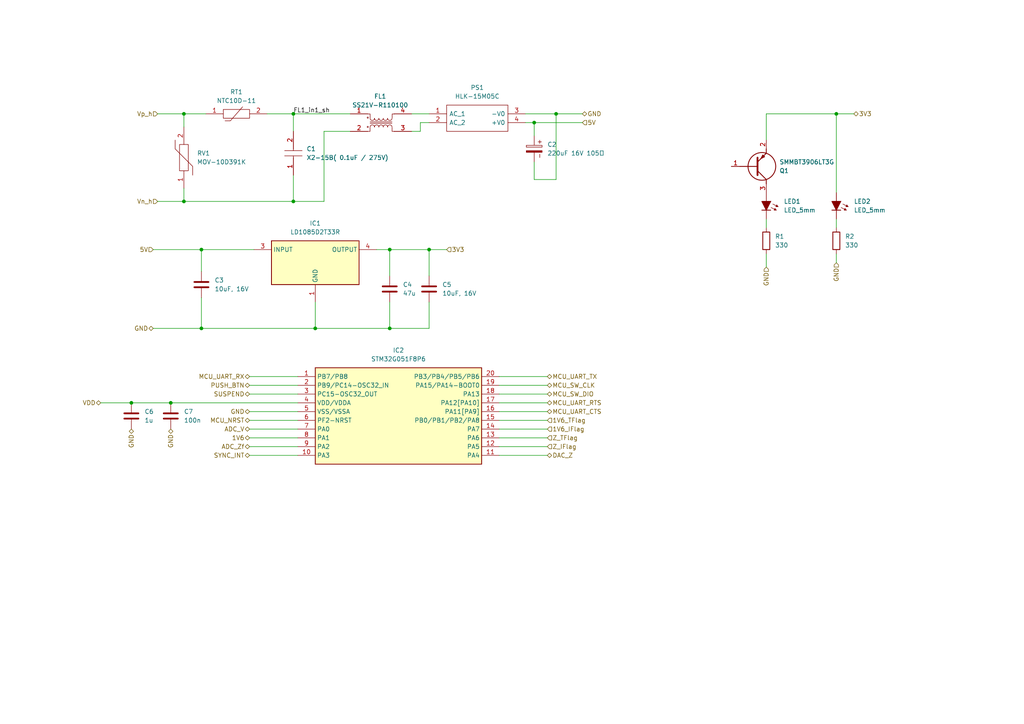
<source format=kicad_sch>
(kicad_sch (version 20231120) (generator "eeschema") (generator_version "8.0")
  (paper "A4")
  (lib_symbols
    (symbol "Mouser:HLK-15M05C" (pin_names (offset 0.762))
      (property "Reference" "PS" (at 24.13 7.62 0))
      (property "Value" "HLK-15M05C" (at 24.13 5.08 0))
      (symbol "HLK-15M05C_0_0"
        (pin passive line (at 0 0 0) (length 5.08) (name "AC_1") (number "1"))
        (pin passive line (at 0 -2.54 0) (length 5.08) (name "AC_2") (number "2"))
        (pin passive line (at 27.94 0 180) (length 5.08) (name "-V0") (number "3"))
        (pin passive line (at 27.94 -2.54 180) (length 5.08) (name "+V0") (number "4"))
      )
      (symbol "HLK-15M05C_0_1"
        (polyline (pts (xy 5.08 2.54) (xy 22.86 2.54) (xy 22.86 -5.08) (xy 5.08 -5.08) (xy 5.08 2.54)) (stroke (width 0.1524)))
      )
    )
    (symbol "Mouser:MOV-10D391K" (pin_names (offset 0.762))
      (property "Reference" "RV" (at 13.97 6.35 0))
      (property "Value" "MOV-10D391K" (at 13.97 3.81 0))
      (symbol "MOV-10D391K_0_0"
        (pin passive line (at 0 0 0) (length 5.08) (name "~") (number "1"))
        (pin passive line (at 17.78 0 180) (length 5.08) (name "~") (number "2"))
      )
      (symbol "MOV-10D391K_0_1"
        (polyline (pts (xy 3.81 -2.54) (xy 6.35 -2.54) (xy 11.43 2.54) (xy 13.97 2.54)) (stroke (width 0.1524)))
        (polyline (pts (xy 5.08 1.27) (xy 12.7 1.27) (xy 12.7 -1.27) (xy 5.08 -1.27) (xy 5.08 1.27)) (stroke (width 0.1524)))
      )
    )
    (symbol "Mouser:NTC10D-11" (pin_names (offset 0.762))
      (property "Reference" "RT" (at 13.97 6.35 0))
      (property "Value" "NTC10D-11" (at 13.97 3.81 0))
      (symbol "NTC10D-11_0_0"
        (pin passive line (at 0 0 0) (length 5.08) (name "~") (number "1"))
        (pin passive line (at 17.78 0 180) (length 5.08) (name "~") (number "2"))
      )
      (symbol "NTC10D-11_0_1"
        (polyline (pts (xy 5.588 -2.032) (xy 7.112 -2.032) (xy 10.668 2.032)) (stroke (width 0.1524)))
        (polyline (pts (xy 5.08 1.27) (xy 12.7 1.27) (xy 12.7 -1.27) (xy 5.08 -1.27) (xy 5.08 1.27)) (stroke (width 0.1524)))
      )
    )
    (symbol "PCM_Capacitor_AKL:C_0402" (pin_numbers hide) (pin_names (offset 0.254))
      (property "Reference" "C" (at 0.635 2.54 0))
      (property "Value" "C_0402" (at 0.635 -2.54 0))
      (symbol "C_0402_0_1"
        (polyline (pts (xy -2.032 -0.762) (xy 2.032 -0.762)) (stroke (width 0.508)))
        (polyline (pts (xy -2.032 0.762) (xy 2.032 0.762)) (stroke (width 0.508)))
      )
      (symbol "C_0402_0_2"
        (polyline (pts (xy -2.54 -2.54) (xy -0.381 -0.381)))
        (polyline (pts (xy -0.508 -0.508) (xy -1.651 0.635)) (stroke (width 0.508)))
        (polyline (pts (xy -0.508 -0.508) (xy 0.635 -1.651)) (stroke (width 0.508)))
        (polyline (pts (xy 0.381 0.381) (xy 2.54 2.54)))
        (polyline (pts (xy 0.508 0.508) (xy -0.635 1.651)) (stroke (width 0.508)))
        (polyline (pts (xy 0.508 0.508) (xy 1.651 -0.635)) (stroke (width 0.508)))
      )
      (symbol "C_0402_1_1"
        (pin passive line (at 0 3.81 270) (length 2.794) (name "~") (number "1"))
        (pin passive line (at 0 -3.81 90) (length 2.794) (name "~") (number "2"))
      )
      (symbol "C_0402_1_2"
        (pin passive line (at 2.54 2.54 270) (length 0) (name "~") (number "1"))
        (pin passive line (at -2.54 -2.54 90) (length 0) (name "~") (number "2"))
      )
    )
    (symbol "PCM_Capacitor_AKL:C_0603" (pin_numbers hide) (pin_names (offset 0.254))
      (property "Reference" "C" (at 0.635 2.54 0))
      (property "Value" "C_0603" (at 0.635 -2.54 0))
      (symbol "C_0603_0_1"
        (polyline (pts (xy -2.032 -0.762) (xy 2.032 -0.762)) (stroke (width 0.508)))
        (polyline (pts (xy -2.032 0.762) (xy 2.032 0.762)) (stroke (width 0.508)))
      )
      (symbol "C_0603_0_2"
        (polyline (pts (xy -2.54 -2.54) (xy -0.381 -0.381)))
        (polyline (pts (xy -0.508 -0.508) (xy -1.651 0.635)) (stroke (width 0.508)))
        (polyline (pts (xy -0.508 -0.508) (xy 0.635 -1.651)) (stroke (width 0.508)))
        (polyline (pts (xy 0.381 0.381) (xy 2.54 2.54)))
        (polyline (pts (xy 0.508 0.508) (xy -0.635 1.651)) (stroke (width 0.508)))
        (polyline (pts (xy 0.508 0.508) (xy 1.651 -0.635)) (stroke (width 0.508)))
      )
      (symbol "C_0603_1_1"
        (pin passive line (at 0 3.81 270) (length 2.794) (name "~") (number "1"))
        (pin passive line (at 0 -3.81 90) (length 2.794) (name "~") (number "2"))
      )
      (symbol "C_0603_1_2"
        (pin passive line (at 2.54 2.54 270) (length 0) (name "~") (number "1"))
        (pin passive line (at -2.54 -2.54 90) (length 0) (name "~") (number "2"))
      )
    )
    (symbol "PCM_LED_AKL:LED_5mm" (pin_numbers hide) (pin_names (offset 1.016) hide)
      (property "Reference" "LED" (at 0 7.62 0))
      (property "Value" "LED_5mm" (at 0 5.08 0))
      (symbol "LED_5mm_0_1"
        (polyline (pts (xy -0.508 1.905) (xy 0.254 3.429)) (stroke (width 0.1524)))
        (polyline (pts (xy 0 2.921) (xy -0.254 3.048)) (stroke (width 0.1524)))
        (polyline (pts (xy 0 2.921) (xy 0.254 2.794)) (stroke (width 0.1524)))
        (polyline (pts (xy 0.508 1.397) (xy 1.27 2.921)) (stroke (width 0.1524)))
        (polyline (pts (xy 1.016 2.413) (xy 0.762 2.54)) (stroke (width 0.1524)))
        (polyline (pts (xy 1.016 2.413) (xy 1.27 2.286)) (stroke (width 0.1524)))
        (polyline (pts (xy 1.27 0) (xy -1.27 0)))
        (polyline (pts (xy 1.27 1.27) (xy 1.27 -1.27)) (stroke (width 0.254)))
        (polyline (pts (xy -1.27 1.27) (xy -1.27 -1.27) (xy 1.27 0) (xy -1.27 1.27)) (stroke (width 0.254)) (fill (type outline)))
        (polyline (pts (xy 0.254 2.794) (xy -0.254 3.048) (xy 0.254 3.429) (xy 0.254 2.794)) (stroke (width 0.1524)) (fill (type outline)))
        (polyline (pts (xy 1.27 2.286) (xy 0.762 2.54) (xy 1.27 2.921) (xy 1.27 2.286)) (stroke (width 0.1524)) (fill (type outline)))
      )
      (symbol "LED_5mm_0_2"
        (polyline (pts (xy -2.54 -2.54) (xy 2.54 2.54)))
        (polyline (pts (xy -1.651 0.889) (xy -2.159 2.413)))
        (polyline (pts (xy -0.508 1.27) (xy -1.016 2.794)))
        (polyline (pts (xy 0 1.778) (xy 1.778 0)) (stroke (width 0.254)))
        (polyline (pts (xy -2.159 2.413) (xy -2.286 1.778) (xy -1.6764 1.9812) (xy -2.159 2.413)) (fill (type outline)))
        (polyline (pts (xy -1.016 2.794) (xy -1.143 2.159) (xy -0.5334 2.3622) (xy -1.016 2.794)) (fill (type outline)))
        (polyline (pts (xy -0.889 -0.889) (xy -1.778 0) (xy 0.889 0.889) (xy 0 -1.778) (xy -0.889 -0.889)) (stroke (width 0.254)) (fill (type outline)))
      )
      (symbol "LED_5mm_1_1"
        (pin passive line (at 3.81 0 180) (length 2.54) (name "K") (number "1"))
        (pin passive line (at -3.81 0 0) (length 2.54) (name "A") (number "2"))
      )
      (symbol "LED_5mm_1_2"
        (pin passive line (at 2.54 2.54 180) (length 0) (name "K") (number "1"))
        (pin passive line (at -2.54 -2.54 0) (length 0) (name "A") (number "2"))
      )
    )
    (symbol "PCM_Resistor_AKL:R_0402" (pin_numbers hide) (pin_names (offset 0))
      (property "Reference" "R" (at 2.54 1.27 0))
      (property "Value" "R_0402" (at 2.54 -1.27 0))
      (symbol "R_0402_0_1"
        (rectangle (start -1.016 2.54) (end 1.016 -2.54) (stroke (width 0.254)))
      )
      (symbol "R_0402_0_2"
        (polyline (pts (xy -2.54 -2.54) (xy -1.524 -1.524)))
        (polyline (pts (xy 1.524 1.524) (xy 2.54 2.54)))
        (polyline (pts (xy 1.524 1.524) (xy 0.889 2.159) (xy -2.159 -0.889) (xy -0.889 -2.159) (xy 2.159 0.889) (xy 1.524 1.524)) (stroke (width 0.254)))
      )
      (symbol "R_0402_1_1"
        (pin passive line (at 0 3.81 270) (length 1.27) (name "~") (number "1"))
        (pin passive line (at 0 -3.81 90) (length 1.27) (name "~") (number "2"))
      )
      (symbol "R_0402_1_2"
        (pin passive line (at 2.54 2.54 180) (length 0) (name "") (number "1"))
        (pin passive line (at -2.54 -2.54 0) (length 0) (name "") (number "2"))
      )
    )
    (symbol "PCM_SL_Capacitors:220uF_10V"
      (property "Reference" "C" (at 0 7.62 0))
      (property "Value" "220uF_10V" (at 0 5.08 0))
      (symbol "220uF_10V_0_0"
        (text "+" (at -2.032 1.524 0) (effects (font (size 1.27 1.27))))
        (text "-" (at 2.032 1.524 0) (effects (font (size 1.27 1.27))))
      )
      (symbol "220uF_10V_0_1"
        (rectangle (start -1.016 -2.286) (end -0.508 2.286))
        (rectangle (start 0.508 -2.286) (end 1.016 2.286) (fill (type outline)))
      )
      (symbol "220uF_10V_1_1"
        (pin passive line (at -3.81 0 0) (length 2.7) (name "~") (number "1"))
        (pin input line (at 3.81 0 180) (length 2.7) (name "~") (number "2"))
      )
    )
    (symbol "ktw07182:B32922X2104K000" (pin_names (offset 0.762))
      (property "Reference" "C" (at 8.89 6.35 0))
      (property "Value" "B32922X2104K000" (at 8.89 3.81 0))
      (symbol "B32922X2104K000_0_0"
        (pin passive line (at 0 0 0) (length 5.08) (name "~") (number "1"))
        (pin passive line (at 12.7 0 180) (length 5.08) (name "~") (number "2"))
      )
      (symbol "B32922X2104K000_0_1"
        (polyline (pts (xy 5.08 0) (xy 5.588 0)) (stroke (width 0.1524)))
        (polyline (pts (xy 5.588 2.54) (xy 5.588 -2.54)) (stroke (width 0.1524)))
        (polyline (pts (xy 7.112 0) (xy 7.62 0)) (stroke (width 0.1524)))
        (polyline (pts (xy 7.112 2.54) (xy 7.112 -2.54)) (stroke (width 0.1524)))
      )
    )
    (symbol "ktw07182:LD1085D2T33R"
      (property "Reference" "IC" (at 31.75 7.62 0))
      (property "Value" "LD1085D2T33R" (at 31.75 5.08 0))
      (symbol "LD1085D2T33R_1_1"
        (rectangle (start 5.08 2.54) (end 30.48 -10.16) (stroke (width 0.254)) (fill (type background)))
        (pin power_in line (at 17.78 -15.24 90) (length 5.08) (name "GND") (number "1"))
        (pin input line (at 0 0 0) (length 5.08) (name "INPUT") (number "3"))
        (pin output line (at 35.56 0 180) (length 5.08) (name "OUTPUT") (number "4"))
      )
    )
    (symbol "ktw07182:MMBT3906-TP" (pin_names hide)
      (property "Reference" "Q" (at 13.97 1.27 0))
      (property "Value" "MMBT3906-TP" (at 13.97 -1.27 0))
      (symbol "MMBT3906-TP_1_1"
        (polyline (pts (xy 2.54 0) (xy 7.62 0)) (stroke (width 0.254)))
        (polyline (pts (xy 7.62 -1.27) (xy 10.16 -3.81)) (stroke (width 0.254)))
        (polyline (pts (xy 7.62 1.27) (xy 10.16 3.81)) (stroke (width 0.254)))
        (polyline (pts (xy 7.62 2.54) (xy 7.62 -2.54)) (stroke (width 0.508)))
        (polyline (pts (xy 10.16 -3.81) (xy 10.16 -5.08)) (stroke (width 0.254)))
        (polyline (pts (xy 10.16 3.81) (xy 10.16 5.08)) (stroke (width 0.254)))
        (polyline (pts (xy 9.652 -2.794) (xy 9.144 -3.302) (xy 8.636 -2.286) (xy 9.652 -2.794)) (stroke (width 0.254)) (fill (type outline)))
        (circle (center 8.89 0) (radius 4.016) (stroke (width 0.254)))
        (pin passive line (at 0 0 0) (length 2.54) (name "B") (number "1"))
        (pin passive line (at 10.16 -7.62 90) (length 2.54) (name "E") (number "2"))
        (pin passive line (at 10.16 7.62 270) (length 2.54) (name "C") (number "3"))
      )
    )
    (symbol "ktw07182:SSHB10HS-R11100" (pin_names (offset 0.762))
      (property "Reference" "FL" (at -9.652 8.382 0))
      (property "Value" "SSHB10HS-R11100" (at -9.652 5.842 0))
      (symbol "SSHB10HS-R11100_0_0"
        (pin passive line (at -8.89 2.54 0) (length 5.08) (name "") (number "1"))
        (pin passive line (at -8.89 -2.54 0) (length 5.08) (name "") (number "2"))
        (pin passive line (at 8.89 -2.54 180) (length 5.08) (name "") (number "3"))
        (pin passive line (at 8.89 2.54 180) (length 5.08) (name "") (number "4"))
      )
      (symbol "SSHB10HS-R11100_0_1"
        (circle (center -3.8231 -1.2538) (radius 0.1791))
        (circle (center -3.8231 1.4422) (radius 0.1791))
        (arc (start -3.1428 1.2531) (mid -2.5078 0.6181) (end -1.8728 1.2531))
        (arc (start -1.8728 -1.2869) (mid -2.5078 -0.6519) (end -3.1428 -1.2869))
        (arc (start -1.8728 1.2531) (mid -1.2378 0.6181) (end -0.6028 1.2531))
        (arc (start -0.6028 -1.2869) (mid -1.2378 -0.6519) (end -1.8728 -1.2869))
        (arc (start -0.6028 1.2531) (mid 0.0322 0.6181) (end 0.6672 1.2531))
        (polyline (pts (xy -3.1509 -0.1905) (xy 3.1991 -0.1905)))
        (polyline (pts (xy -3.1491 0.2163) (xy 3.2009 0.2163)))
        (polyline (pts (xy -3.1659 -1.4234) (xy -3.1659 -2.5568) (xy -3.7778 -2.5569)))
        (polyline (pts (xy -3.141 1.3746) (xy -3.141 2.508) (xy -3.7529 2.5081)))
        (polyline (pts (xy 3.2302 -1.4234) (xy 3.2302 -2.5568) (xy 3.8421 -2.5569)))
        (polyline (pts (xy 3.2551 1.3746) (xy 3.2551 2.508) (xy 3.867 2.5081)))
        (arc (start 0.6672 -1.2869) (mid 0.0322 -0.6519) (end -0.6028 -1.2869))
        (arc (start 0.6672 1.2531) (mid 1.3022 0.6181) (end 1.9372 1.2531))
        (arc (start 1.9372 -1.2869) (mid 1.3022 -0.6519) (end 0.6672 -1.2869))
        (arc (start 1.9372 1.2531) (mid 2.5722 0.6181) (end 3.2072 1.2531))
        (arc (start 3.2072 -1.2869) (mid 2.5722 -0.6519) (end 1.9372 -1.2869))
      )
    )
    (symbol "ktw07182:STM32G051F8P6"
      (property "Reference" "IC" (at 54.61 7.62 0))
      (property "Value" "STM32G051F8P6" (at 54.61 5.08 0))
      (symbol "STM32G051F8P6_1_1"
        (rectangle (start 5.08 2.54) (end 53.34 -25.4) (stroke (width 0.254)) (fill (type background)))
        (pin passive line (at 0 0 0) (length 5.08) (name "PB7/PB8") (number "1"))
        (pin passive line (at 0 -22.86 0) (length 5.08) (name "PA3") (number "10"))
        (pin passive line (at 58.42 -22.86 180) (length 5.08) (name "PA4") (number "11"))
        (pin passive line (at 58.42 -20.32 180) (length 5.08) (name "PA5") (number "12"))
        (pin passive line (at 58.42 -17.78 180) (length 5.08) (name "PA6") (number "13"))
        (pin passive line (at 58.42 -15.24 180) (length 5.08) (name "PA7") (number "14"))
        (pin passive line (at 58.42 -12.7 180) (length 5.08) (name "PB0/PB1/PB2/PA8") (number "15"))
        (pin passive line (at 58.42 -10.16 180) (length 5.08) (name "PA11[PA9]") (number "16"))
        (pin passive line (at 58.42 -7.62 180) (length 5.08) (name "PA12[PA10]") (number "17"))
        (pin passive line (at 58.42 -5.08 180) (length 5.08) (name "PA13") (number "18"))
        (pin passive line (at 58.42 -2.54 180) (length 5.08) (name "PA15/PA14-BOOT0") (number "19"))
        (pin passive line (at 0 -2.54 0) (length 5.08) (name "PB9/PC14-OSC32_IN") (number "2"))
        (pin passive line (at 58.42 0 180) (length 5.08) (name "PB3/PB4/PB5/PB6") (number "20"))
        (pin passive line (at 0 -5.08 0) (length 5.08) (name "PC15-OSC32_OUT") (number "3"))
        (pin passive line (at 0 -7.62 0) (length 5.08) (name "VDD/VDDA") (number "4"))
        (pin passive line (at 0 -10.16 0) (length 5.08) (name "VSS/VSSA") (number "5"))
        (pin passive line (at 0 -12.7 0) (length 5.08) (name "PF2-NRST") (number "6"))
        (pin passive line (at 0 -15.24 0) (length 5.08) (name "PA0") (number "7"))
        (pin passive line (at 0 -17.78 0) (length 5.08) (name "PA1") (number "8"))
        (pin passive line (at 0 -20.32 0) (length 5.08) (name "PA2") (number "9"))
      )
    )
  )
  (junction (at 85.09 58.42))
  (junction (at 154.94 35.56))
  (junction (at 113.03 95.25))
  (junction (at 58.42 72.39))
  (junction (at 91.44 95.25))
  (junction (at 38.1 116.84))
  (junction (at 124.46 72.39))
  (junction (at 242.57 33.02))
  (junction (at 161.29 33.02))
  (junction (at 53.34 33.02))
  (junction (at 58.42 95.25))
  (junction (at 113.03 72.39))
  (junction (at 53.34 58.42))
  (junction (at 49.53 116.84))
  (junction (at 85.09 33.02))
  (wire (pts (xy 222.25 73.66) (xy 222.25 77.47)))
  (wire (pts (xy 85.09 33.02) (xy 101.6 33.02)))
  (wire (pts (xy 152.4 35.56) (xy 154.94 35.56)))
  (wire (pts (xy 93.98 38.1) (xy 101.6 38.1)))
  (wire (pts (xy 93.98 38.1) (xy 93.98 58.42)))
  (wire (pts (xy 72.39 114.3) (xy 86.36 114.3)))
  (wire (pts (xy 59.69 33.02) (xy 53.34 33.02)))
  (wire (pts (xy 154.94 35.56) (xy 154.94 39.37)))
  (wire (pts (xy 242.57 73.66) (xy 242.57 76.2)))
  (wire (pts (xy 144.78 124.46) (xy 158.75 124.46)))
  (wire (pts (xy 144.78 127) (xy 158.75 127)))
  (wire (pts (xy 58.42 95.25) (xy 58.42 86.36)))
  (wire (pts (xy 85.09 50.8) (xy 85.09 58.42)))
  (wire (pts (xy 86.36 127) (xy 72.39 127)))
  (wire (pts (xy 222.25 66.04) (xy 222.25 63.5)))
  (wire (pts (xy 86.36 119.38) (xy 72.39 119.38)))
  (wire (pts (xy 144.78 114.3) (xy 158.75 114.3)))
  (wire (pts (xy 144.78 121.92) (xy 158.75 121.92)))
  (wire (pts (xy 45.72 58.42) (xy 53.34 58.42)))
  (wire (pts (xy 154.94 52.07) (xy 161.29 52.07)))
  (wire (pts (xy 152.4 33.02) (xy 161.29 33.02)))
  (wire (pts (xy 72.39 129.54) (xy 86.36 129.54)))
  (wire (pts (xy 91.44 95.25) (xy 113.03 95.25)))
  (wire (pts (xy 58.42 72.39) (xy 73.66 72.39)))
  (wire (pts (xy 144.78 132.08) (xy 158.75 132.08)))
  (wire (pts (xy 86.36 109.22) (xy 72.39 109.22)))
  (wire (pts (xy 144.78 116.84) (xy 158.75 116.84)))
  (wire (pts (xy 113.03 87.63) (xy 113.03 95.25)))
  (wire (pts (xy 72.39 111.76) (xy 86.36 111.76)))
  (wire (pts (xy 58.42 72.39) (xy 58.42 78.74)))
  (wire (pts (xy 154.94 35.56) (xy 168.91 35.56)))
  (wire (pts (xy 124.46 87.63) (xy 124.46 95.25)))
  (wire (pts (xy 85.09 33.02) (xy 85.09 38.1)))
  (wire (pts (xy 144.78 109.22) (xy 158.75 109.22)))
  (wire (pts (xy 144.78 111.76) (xy 158.75 111.76)))
  (wire (pts (xy 124.46 72.39) (xy 129.54 72.39)))
  (wire (pts (xy 53.34 54.61) (xy 53.34 58.42)))
  (wire (pts (xy 144.78 119.38) (xy 158.75 119.38)))
  (wire (pts (xy 91.44 87.63) (xy 91.44 95.25)))
  (wire (pts (xy 113.03 95.25) (xy 124.46 95.25)))
  (wire (pts (xy 77.47 33.02) (xy 85.09 33.02)))
  (wire (pts (xy 109.22 72.39) (xy 113.03 72.39)))
  (wire (pts (xy 44.45 95.25) (xy 58.42 95.25)))
  (wire (pts (xy 49.53 116.84) (xy 86.36 116.84)))
  (wire (pts (xy 242.57 63.5) (xy 242.57 66.04)))
  (wire (pts (xy 113.03 72.39) (xy 124.46 72.39)))
  (wire (pts (xy 161.29 52.07) (xy 161.29 33.02)))
  (wire (pts (xy 85.09 58.42) (xy 53.34 58.42)))
  (wire (pts (xy 44.45 72.39) (xy 58.42 72.39)))
  (wire (pts (xy 247.65 33.02) (xy 242.57 33.02)))
  (wire (pts (xy 72.39 121.92) (xy 86.36 121.92)))
  (wire (pts (xy 154.94 52.07) (xy 154.94 46.99)))
  (wire (pts (xy 29.21 116.84) (xy 38.1 116.84)))
  (wire (pts (xy 45.72 33.02) (xy 53.34 33.02)))
  (wire (pts (xy 119.38 38.1) (xy 121.92 38.1)))
  (wire (pts (xy 58.42 95.25) (xy 91.44 95.25)))
  (wire (pts (xy 53.34 33.02) (xy 53.34 36.83)))
  (wire (pts (xy 161.29 33.02) (xy 168.91 33.02)))
  (wire (pts (xy 222.25 33.02) (xy 242.57 33.02)))
  (wire (pts (xy 121.92 35.56) (xy 121.92 38.1)))
  (wire (pts (xy 113.03 80.01) (xy 113.03 72.39)))
  (wire (pts (xy 119.38 33.02) (xy 124.46 33.02)))
  (wire (pts (xy 93.98 58.42) (xy 85.09 58.42)))
  (wire (pts (xy 144.78 129.54) (xy 158.75 129.54)))
  (wire (pts (xy 124.46 72.39) (xy 124.46 80.01)))
  (wire (pts (xy 121.92 35.56) (xy 124.46 35.56)))
  (wire (pts (xy 72.39 124.46) (xy 86.36 124.46)))
  (wire (pts (xy 38.1 116.84) (xy 49.53 116.84)))
  (wire (pts (xy 222.25 33.02) (xy 222.25 40.64)))
  (wire (pts (xy 72.39 132.08) (xy 86.36 132.08)))
  (wire (pts (xy 242.57 33.02) (xy 242.57 55.88)))
  (label "FL1_in1_sh" (at 85.09 33.02 0))
  (hierarchical_label "DAC_Z" (shape bidirectional) (at 158.75 132.08 0))
  (hierarchical_label "MCU_UART_RTS" (shape bidirectional) (at 158.75 116.84 0))
  (hierarchical_label "Vp_h" (shape input) (at 45.72 33.02 180))
  (hierarchical_label "MCU_NRST" (shape bidirectional) (at 72.39 121.92 180))
  (hierarchical_label "3V3" (shape input) (at 129.54 72.39 0))
  (hierarchical_label "Z_IFlag" (shape input) (at 158.75 129.54 0))
  (hierarchical_label "ADC_Zf" (shape bidirectional) (at 72.39 129.54 180))
  (hierarchical_label "GND" (shape bidirectional) (at 72.39 119.38 180))
  (hierarchical_label "ADC_V" (shape bidirectional) (at 72.39 124.46 180))
  (hierarchical_label "GND" (shape bidirectional) (at 38.1 124.46 270))
  (hierarchical_label "GND" (shape input) (at 242.57 76.2 270))
  (hierarchical_label "PUSH_BTN" (shape bidirectional) (at 72.39 111.76 180))
  (hierarchical_label "GND" (shape bidirectional) (at 168.91 33.02 0))
  (hierarchical_label "Vn_h" (shape input) (at 45.72 58.42 180))
  (hierarchical_label "GND" (shape bidirectional) (at 49.53 124.46 270))
  (hierarchical_label "MCU_UART_RX" (shape bidirectional) (at 72.39 109.22 180))
  (hierarchical_label "GND" (shape input) (at 222.25 77.47 270))
  (hierarchical_label "1V6" (shape bidirectional) (at 72.39 127 180))
  (hierarchical_label "VDD" (shape bidirectional) (at 29.21 116.84 180))
  (hierarchical_label "5V" (shape input) (at 44.45 72.39 180))
  (hierarchical_label "SUSPEND" (shape bidirectional) (at 72.39 114.3 180))
  (hierarchical_label "5V" (shape input) (at 168.91 35.56 0))
  (hierarchical_label "GND" (shape bidirectional) (at 44.45 95.25 180))
  (hierarchical_label "1V6_IFlag" (shape input) (at 158.75 124.46 0))
  (hierarchical_label "MCU_SW_CLK" (shape bidirectional) (at 158.75 111.76 0))
  (hierarchical_label "1V6_TFlag" (shape input) (at 158.75 121.92 0))
  (hierarchical_label "MCU_UART_TX" (shape bidirectional) (at 158.75 109.22 0))
  (hierarchical_label "SYNC_INT" (shape bidirectional) (at 72.39 132.08 180))
  (hierarchical_label "MCU_SW_DIO" (shape bidirectional) (at 158.75 114.3 0))
  (hierarchical_label "Z_TFlag" (shape input) (at 158.75 127 0))
  (hierarchical_label "MCU_UART_CTS" (shape bidirectional) (at 158.75 119.38 0))
  (hierarchical_label "3V3" (shape bidirectional) (at 247.65 33.02 0))
  (symbol (lib_id "ktw07182:SSHB10HS-R11100") (at 110.49 35.56 0) (unit 1)
    (property "Reference" "FL1" (at 110.2794 27.94 0))
    (property "Value" "SS21V-R110100" (at 110.2794 30.48 0))
    (property "Footprint" "Mouser:SSHB10HSR11100" (effects (hide yes)))
    (property "Datasheet" "https://content.kemet.com/datasheets/KEM_LF0037_SSHB10HS.pdf" (effects (hide yes)))
    (property "Description" "KEMET, SSHB10HS, AC Line Filters, Dual Mode, 250 VAC, 10 mH, 1.1 A, 120C, -25C, 350 mOhms, 300, 22mm, 17mm, 15.5mm, 3.5mm, 13mm, 10mm, 10 g" (effects (hide yes)))
    (property "Description_1" "KEMET, SSHB10HS, AC Line Filters, Dual Mode, 250 VAC, 10 mH, 1.1 A, 120C, -25C, 350 mOhms, 300, 22mm, 17mm, 15.5mm, 3.5mm, 13mm, 10mm, 10 g" (effects (hide yes)))
    (property "Height" "15.5" (effects (hide yes)))
    (property "Manufacturer_Name" "KEMET" (effects (hide yes)))
    (property "Manufacturer_Part_Number" "SSHB10HS-R11100" (effects (hide yes)))
    (property "Mouser Part Number" "80-SSHB10HS-R11100" (effects (hide yes)))
    (property "Mouser Price/Stock" "https://www.mouser.co.uk/ProductDetail/KEMET/SSHB10HS-R11100?qs=r5DSvlrkXmJaXEoLwFinOw%3D%3D" (effects (hide yes)))
    (property "Arrow Part Number" "SSHB10HS-R11100" (effects (hide yes)))
    (property "Arrow Price/Stock" "https://www.arrow.com/en/products/sshb10hs-r11100/kemet-corporation?region=nac" (effects (hide yes)))
  )
  (symbol (lib_id "ktw07182:STM32G051F8P6") (at 86.36 109.22 0) (unit 1)
    (property "Reference" "IC2" (at 115.57 101.6 0))
    (property "Value" "STM32G051F8P6" (at 115.57 104.14 0))
    (property "Footprint" "Mouser:SOP65P640X120-20N" (effects (hide yes)))
    (property "Datasheet" "https://www.st.com/resource/en/datasheet/stm32g051c6.pdf" (effects (hide yes)))
    (property "Description" "Mainstream Arm Cortex-M0+ 32-bit MCU, up to 64 KB Flash, 18 KB RAM, 2x USART, timers, ADC, DAC, comm. I/Fs, 1.7-3.6V" (effects (hide yes)))
    (property "Height" "1.2" (effects (hide yes)))
    (property "Manufacturer_Name" "STMicroelectronics" (effects (hide yes)))
    (property "Manufacturer_Part_Number" "STM32G051F8P6" (effects (hide yes)))
    (property "Mouser Part Number" "511-STM32G051F8P6" (effects (hide yes)))
    (property "Mouser Price/Stock" "https://www.mouser.co.uk/ProductDetail/STMicroelectronics/STM32G051F8P6?qs=CiayqK2gdcKtYfwNuLEYXQ%3D%3D" (effects (hide yes)))
    (property "Arrow Part Number" "STM32G051F8P6" (effects (hide yes)))
    (property "Arrow Price/Stock" "https://www.arrow.com/en/products/stm32g051f8p6/stmicroelectronics?region=nac" (effects (hide yes)))
  )
  (symbol (lib_id "Mouser:HLK-15M05C") (at 124.46 33.02 0) (unit 1)
    (property "Reference" "PS1" (at 138.43 25.4 0))
    (property "Value" "HLK-15M05C" (at 138.43 27.94 0))
    (property "Footprint" "Mouser:HLK15M05C" (effects (hide yes)))
    (property "Datasheet" "https://drive.google.com/drive/folders/1vnVfcgQH-OvujpO6asvQvjIgmwUS2Pti" (effects (hide yes)))
    (property "Description" "Plugin,47.5x25.5mm AC-DC Power Modules ROHS" (effects (hide yes)))
    (property "Description_1" "Plugin,47.5x25.5mm AC-DC Power Modules ROHS" (effects (hide yes)))
    (property "Height" "22" (effects (hide yes)))
    (property "Manufacturer_Name" "Hi-Link" (effects (hide yes)))
    (property "Manufacturer_Part_Number" "HLK-15M05C" (effects (hide yes)))
  )
  (symbol (lib_id "PCM_Capacitor_AKL:C_0603") (at 113.03 83.82 0) (unit 1)
    (property "Reference" "C4" (at 116.84 82.5499 0) (effects (justify left)))
    (property "Value" "47u" (at 116.84 85.0899 0) (effects (justify left)))
    (property "Footprint" "PCM_Capacitor_SMD_AKL:C_1206_3216Metric" (effects (hide yes)))
    (property "Description" "SMD 0603 MLCC capacitor, Alternate KiCad Library" (effects (hide yes)))
  )
  (symbol (lib_id "PCM_Resistor_AKL:R_0402") (at 242.57 69.85 0) (unit 1)
    (property "Reference" "R2" (at 245.11 68.5799 0) (effects (justify left)))
    (property "Value" "330" (at 245.11 71.1199 0) (effects (justify left)))
    (property "Footprint" "PCM_Resistor_SMD_AKL:R_0402_1005Metric" (effects (hide yes)))
    (property "Description" "SMD 0402 Chip Resistor, European Symbol, Alternate KiCad Library" (effects (hide yes)))
  )
  (symbol (lib_id "PCM_Capacitor_AKL:C_0402") (at 49.53 120.65 180) (unit 1)
    (property "Reference" "C7" (at 53.34 119.3799 0) (effects (justify right)))
    (property "Value" "100n" (at 53.34 121.9199 0) (effects (justify right)))
    (property "Footprint" "PCM_Capacitor_SMD_AKL:C_0603_1608Metric" (effects (hide yes)))
    (property "Description" "SMD 0402 MLCC capacitor, Alternate KiCad Library" (effects (hide yes)))
  )
  (symbol (lib_id "PCM_LED_AKL:LED_5mm") (at 242.57 59.69 270) (unit 1)
    (property "Reference" "LED2" (at 247.65 58.4199 90) (effects (justify left)))
    (property "Value" "LED_5mm" (at 247.65 60.9599 90) (effects (justify left)))
    (property "Footprint" "PCM_LED_SMD_Handsoldering_AKL:LED_1206_3216Metric" (effects (hide yes)))
    (property "Description" "LED, Generic 5mm THT, Alternate KiCad Library" (effects (hide yes)))
  )
  (symbol (lib_id "ktw07182:MMBT3906-TP") (at 212.09 48.26 0) (mirror x) (unit 1)
    (property "Reference" "Q1" (at 226.06 49.5301 0) (effects (justify left)))
    (property "Value" "SMMBT3906LT3G" (at 226.06 46.9901 0) (effects (justify left)))
    (property "Footprint" "Mouser:SOT95P237X125-3N" (effects (hide yes)))
    (property "Datasheet" "https://mccsemi.com/pdf/Products/MMBT3906(SOT-23).pdf" (effects (hide yes)))
    (property "Description" "Small Signal Bipolar Transistors" (effects (hide yes)))
    (property "Height" "1.25" (effects (hide yes)))
    (property "Manufacturer_Name" "MCC" (effects (hide yes)))
    (property "Manufacturer_Part_Number" "MMBT3906-TP" (effects (hide yes)))
    (property "Mouser Part Number" "833-MMBT3906-TP" (effects (hide yes)))
    (property "Mouser Price/Stock" "https://www.mouser.co.uk/ProductDetail/Micro-Commercial-Components-MCC/MMBT3906-TP?qs=Oupk%2FUD005j0ye332p7kWg%3D%3D" (effects (hide yes)))
    (property "Arrow Part Number" "MMBT3906-TP" (effects (hide yes)))
    (property "Arrow Price/Stock" "https://www.arrow.com/en/products/mmbt3906-tp/micro-commercial-components?region=europe" (effects (hide yes)))
  )
  (symbol (lib_id "PCM_Capacitor_AKL:C_0402") (at 38.1 120.65 180) (unit 1)
    (property "Reference" "C6" (at 41.91 119.3799 0) (effects (justify right)))
    (property "Value" "1u" (at 41.91 121.9199 0) (effects (justify right)))
    (property "Footprint" "PCM_Capacitor_SMD_AKL:C_0603_1608Metric" (effects (hide yes)))
    (property "Description" "SMD 0402 MLCC capacitor, Alternate KiCad Library" (effects (hide yes)))
  )
  (symbol (lib_id "ktw07182:B32922X2104K000") (at 85.09 50.8 90) (unit 1)
    (property "Reference" "C1" (at 88.9 43.1799 90) (effects (justify right)))
    (property "Value" "X2-15B( 0.1uF / 275V)" (at 88.9 45.7199 90) (effects (justify right)))
    (property "Footprint" "Mouser:B32922X__18_X_5_" (effects (hide yes)))
    (property "Datasheet" "https://product.tdk.com/system/files/dam/doc/product/capacitor/film/emi/data_sheet/20/20/db/fc_2009/x2_b32921_923_xy.pdf" (effects (hide yes)))
    (property "Description" "EMI Suppression Capacitors, 0.1uF, 275Vrms AC, 5m(W) x 10.5m(H) x 18m(L)" (effects (hide yes)))
    (property "Description_1" "EMI Suppression Capacitors, 0.1uF, 275Vrms AC, 5m(W) x 10.5m(H) x 18m(L)" (effects (hide yes)))
    (property "Height" "10.5" (effects (hide yes)))
    (property "Manufacturer_Name" "TDK" (effects (hide yes)))
    (property "Manufacturer_Part_Number" "B32922X2104K000" (effects (hide yes)))
    (property "Mouser Part Number" "871-B32922X2104K000" (effects (hide yes)))
    (property "Mouser Price/Stock" "https://www.mouser.co.uk/ProductDetail/EPCOS-TDK/B32922X2104K000?qs=TuK3vfAjtkWDVip5zaCELA%3D%3D" (effects (hide yes)))
    (property "Arrow Part Number" "B32922X2104K000" (effects (hide yes)))
    (property "Arrow Price/Stock" "https://www.arrow.com/en/products/b32922x2104k000/epcos-tdk?region=nac" (effects (hide yes)))
  )
  (symbol (lib_id "PCM_LED_AKL:LED_5mm") (at 222.25 59.69 270) (unit 1)
    (property "Reference" "LED1" (at 227.33 58.4199 90) (effects (justify left)))
    (property "Value" "LED_5mm" (at 227.33 60.9599 90) (effects (justify left)))
    (property "Footprint" "PCM_LED_SMD_Handsoldering_AKL:LED_1206_3216Metric" (effects (hide yes)))
    (property "Description" "LED, Generic 5mm THT, Alternate KiCad Library" (effects (hide yes)))
  )
  (symbol (lib_id "PCM_Capacitor_AKL:C_0603") (at 124.46 83.82 0) (unit 1)
    (property "Reference" "C5" (at 128.27 82.5499 0) (effects (justify left)))
    (property "Value" "10uF, 16V" (at 128.27 85.0899 0) (effects (justify left)))
    (property "Footprint" "PCM_Capacitor_SMD_AKL:C_0603_1608Metric" (effects (hide yes)))
    (property "Description" "SMD 0603 MLCC capacitor, Alternate KiCad Library" (effects (hide yes)))
  )
  (symbol (lib_id "PCM_SL_Capacitors:220uF_10V") (at 154.94 43.18 270) (unit 1)
    (property "Reference" "C2" (at 158.75 41.9099 90) (effects (justify left)))
    (property "Value" "220uF 16V 105℃" (at 158.75 44.4499 90) (effects (justify left)))
    (property "Footprint" "Capacitor_THT:C_Radial_D6.3mm_H11.0mm_P2.50mm" (effects (hide yes)))
    (property "Description" "220uF, 10V Electrolytic Capacitor" (effects (hide yes)))
  )
  (symbol (lib_id "Mouser:NTC10D-11") (at 59.69 33.02 0) (unit 1)
    (property "Reference" "RT1" (at 68.58 26.67 0))
    (property "Value" "NTC10D-11" (at 68.58 29.21 0))
    (property "Footprint" "Mouser:NTC10D11" (effects (hide yes)))
    (property "Datasheet" "https://datasheetspdf.com/pdf-file/815098/VatroncisTechnologies/NTC10D-11/1" (effects (hide yes)))
    (property "Description" "10 3A Plugin,P=7.5mm NTC Thermistors ROHS" (effects (hide yes)))
    (property "Description_1" "10 3A Plugin,P=7.5mm NTC Thermistors ROHS" (effects (hide yes)))
    (property "Height" "16.5" (effects (hide yes)))
    (property "Manufacturer_Name" "FH(Guangdong Fenghua Advanced Tech)" (effects (hide yes)))
    (property "Manufacturer_Part_Number" "NTC10D-11" (effects (hide yes)))
  )
  (symbol (lib_id "ktw07182:LD1085D2T33R") (at 73.66 72.39 0) (unit 1)
    (property "Reference" "IC1" (at 91.44 64.77 0))
    (property "Value" "LD1085D2T33R" (at 91.44 67.31 0))
    (property "Footprint" "Mouser:LD1085D2T33R" (effects (hide yes)))
    (property "Datasheet" "http://www.st.com/web/en/resource/technical/document/datasheet/CD00001883.pdf" (effects (hide yes)))
    (property "Description" "LD1085D2T33R, Low Dropout Voltage Regulator, 3A, 3.3 V +/-1%, 3-Pin D2PAK" (effects (hide yes)))
    (property "Manufacturer_Name" "STMicroelectronics" (effects (hide yes)))
    (property "Manufacturer_Part_Number" "LD1085D2T33R" (effects (hide yes)))
    (property "Mouser Part Number" "511-LD1085D2T33-TR" (effects (hide yes)))
    (property "Mouser Price/Stock" "https://www.mouser.co.uk/ProductDetail/STMicroelectronics/LD1085D2T33R?qs=%252BlpsHQzXjw%252B%2FdNCHtZO2HA%3D%3D" (effects (hide yes)))
    (property "Arrow Part Number" "LD1085D2T33R" (effects (hide yes)))
    (property "Arrow Price/Stock" "https://www.arrow.com/en/products/ld1085d2t33r/stmicroelectronics?utm_currency=USD&region=nac" (effects (hide yes)))
  )
  (symbol (lib_id "PCM_Resistor_AKL:R_0402") (at 222.25 69.85 0) (unit 1)
    (property "Reference" "R1" (at 224.79 68.5799 0) (effects (justify left)))
    (property "Value" "330" (at 224.79 71.1199 0) (effects (justify left)))
    (property "Footprint" "PCM_Resistor_SMD_AKL:R_0402_1005Metric" (effects (hide yes)))
    (property "Description" "SMD 0402 Chip Resistor, European Symbol, Alternate KiCad Library" (effects (hide yes)))
  )
  (symbol (lib_id "PCM_Capacitor_AKL:C_0603") (at 58.42 82.55 0) (unit 1)
    (property "Reference" "C3" (at 62.23 81.2799 0) (effects (justify left)))
    (property "Value" "10uF, 16V" (at 62.23 83.8199 0) (effects (justify left)))
    (property "Footprint" "PCM_Capacitor_SMD_AKL:C_0603_1608Metric" (effects (hide yes)))
    (property "Description" "SMD 0603 MLCC capacitor, Alternate KiCad Library" (effects (hide yes)))
  )
  (symbol (lib_id "Mouser:MOV-10D391K") (at 53.34 54.61 90) (unit 1)
    (property "Reference" "RV1" (at 57.15 44.4499 90) (effects (justify right)))
    (property "Value" "MOV-10D391K" (at 57.15 46.9899 90) (effects (justify right)))
    (property "Footprint" "Mouser:MOV10D391K" (effects (hide yes)))
    (property "Datasheet" "https://www.bourns.com/docs/Product-Datasheets/MOV10D.pdf" (effects (hide yes)))
    (property "Description" "Var MOV 250VAC/320VDC 2500A 390V Thru-Hole Radial Bulk" (effects (hide yes)))
    (property "Description_1" "Var MOV 250VAC/320VDC 2500A 390V Thru-Hole Radial Bulk" (effects (hide yes)))
    (property "Height" "15.5" (effects (hide yes)))
    (property "Manufacturer_Name" "Bourns" (effects (hide yes)))
    (property "Manufacturer_Part_Number" "MOV-10D391K" (effects (hide yes)))
    (property "Mouser Part Number" "652-MOV-10D391K" (effects (hide yes)))
    (property "Mouser Price/Stock" "https://www.mouser.co.uk/ProductDetail/Bourns/MOV-10D391K?qs=lgttKnAd%252B2DzKTSatHS8%2Fw%3D%3D" (effects (hide yes)))
    (property "Arrow Part Number" "MOV-10D391K" (effects (hide yes)))
    (property "Arrow Price/Stock" "https://www.arrow.com/en/products/mov-10d391k/bourns?region=nac" (effects (hide yes)))
  )
)
</source>
